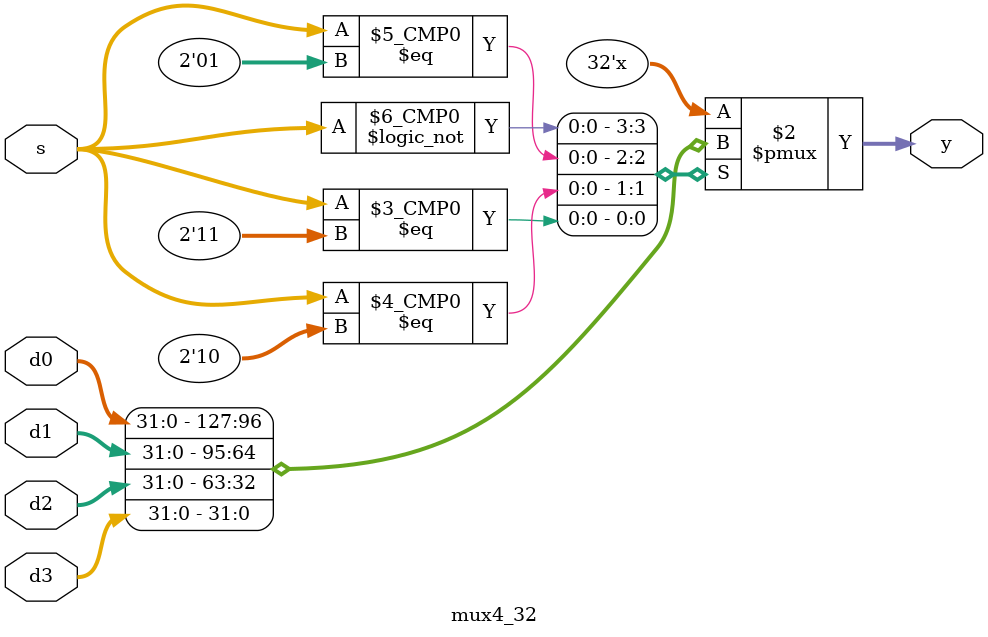
<source format=v>
`timescale 1ns / 1ps


module mux4_5(
    input [4:0] d0,
    input [4:0] d1,
    input [4:0] d2,
    input [4:0] d3,
    input [1:0]  s,
    output reg [4:0] y
    );

    always@(*)
    begin
        case(s)
            2'b00:  y <= d0;
            2'b01:  y <= d1;   
            2'b10:  y <= d2;
            2'b11:  y <= d3;
        endcase
    end

endmodule

module mux4_32(
    input [31:0] d0,
    input [31:0] d1,
    input [31:0] d2,
    input [31:0] d3,
    input [1:0]  s,
    output reg [31:0] y
    );

    always@(*)
    begin
        case(s)
            2'b00:  y <= d0;
            2'b01:  y <= d1;   
            2'b10:  y <= d2;
            2'b11:  y <= d3;
        endcase
    end

endmodule
</source>
